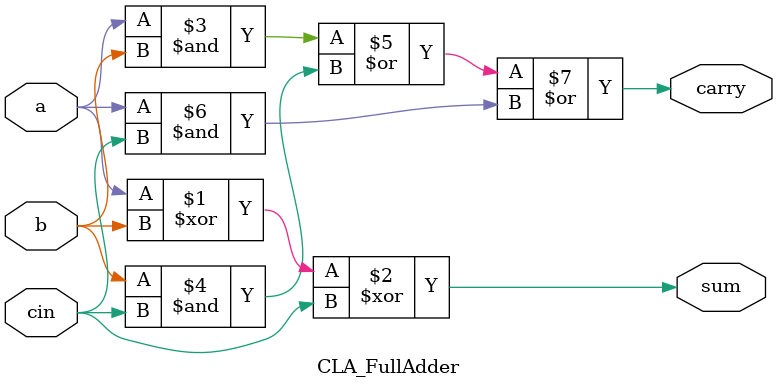
<source format=v>
module CLA_FullAdder
(
	input a,
	input b,
	input cin,
	output sum,
	output carry
);

assign sum = (a ^ b ^ cin);
assign carry = (a & b) | (b & cin) | (a & cin);

endmodule

</source>
